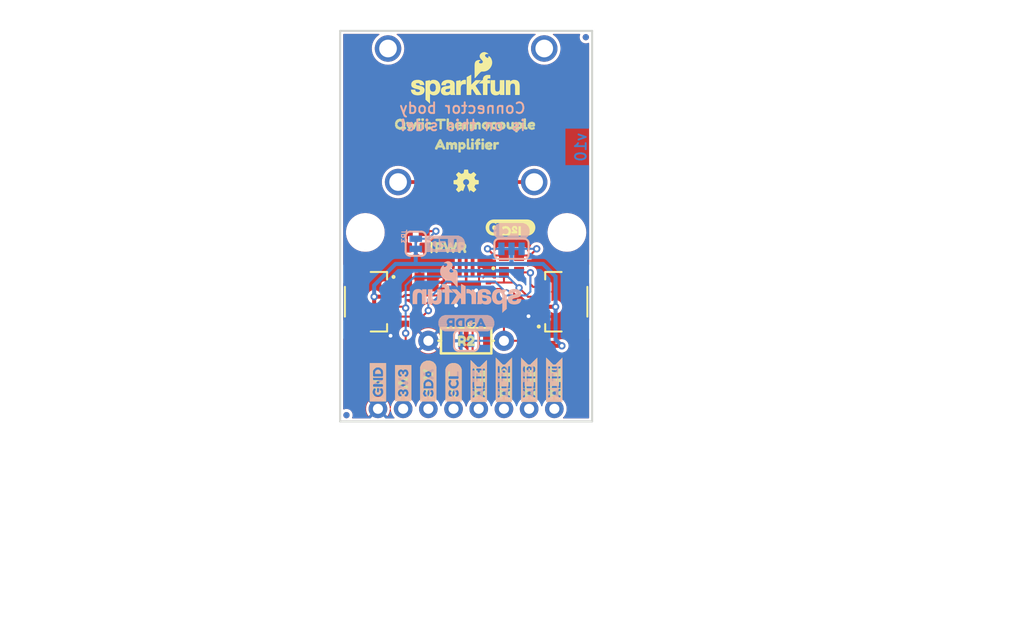
<source format=kicad_pcb>
(kicad_pcb (version 20211014) (generator pcbnew)
  (layers (0 "F.Cu" signal) (31 "B.Cu" signal) (34 "B.Paste" user) (35 "F.Paste" user) (36 "B.SilkS" user "B.Silkscreen") (37 "F.SilkS" user "F.Silkscreen") (38 "B.Mask" user) (39 "F.Mask" user) (44 "Edge.Cuts" user))
  (net 0 "")
  (net 1 "GND")
  (net 2 "3.3V")
  (net 3 "SDA")
  (net 4 "N$1")
  (net 5 "ADDR")
  (net 6 "SCL")
  (net 7 "N$2")
  (net 8 "N$3")
  (net 9 "N$4")
  (net 10 "N$5")
  (net 11 "~{ALT1}")
  (net 12 "~{ALT3}")
  (net 13 "~{ALT4}")
  (net 14 "~{ALT2}")
  (net 15 "N$6")
  (footprint "eagleBoard:SFE_LOGO_NAME_FLAME_.1" (layer "F.Cu") (at 148.5011 91.1606)
    (fp_text reference "U$17" hide)
    (fp_text value "" hide)
  )
  (footprint "eagleBoard:CREATIVE_COMMONS" (layer "F.Cu") (at 121.8311 143.7386)
    (fp_text reference "FRAME1" hide)
    (fp_text value "FRAME-LETTER" hide)
  )
  (footprint "eagleBoard:FIDUCIAL-MICRO" (layer "F.Cu") (at 160.5661 85.9536)
    (fp_text reference "FD2" hide)
    (fp_text value "FIDUCIALUFIDUCIAL" hide)
    (pad "1" smd roundrect (at 0 0) (size 0.635 0.635) (layers "F.Cu" "F.Mask") (roundrect_rratio 0.5))
  )
  (footprint "eagleBoard:R21" (layer "F.Cu") (at 146.7231 116.5606)
    (fp_text reference "U$2" hide)
    (fp_text value "" hide)
  )
  (footprint "eagleBoard:LED-0603" (layer "F.Cu") (at 143.4211 107.1626)
    (fp_text reference "D1" hide)
    (fp_text value "RED" hide)
    (pad "A" smd roundrect (at -0.877 0 270) (size 1 1) (layers "F.Cu" "F.Paste" "F.Mask") (roundrect_rratio 0.15) (net 4 "N$1"))
    (pad "C" smd roundrect (at 0.877 0 270) (size 1 1) (layers "F.Cu" "F.Paste" "F.Mask") (roundrect_rratio 0.15) (net 1 "GND"))
  )
  (footprint "eagleBoard:AXIAL-0.3-KIT" (layer "F.Cu") (at 148.5011 116.5606)
    (fp_text reference "R2" (at 0 -1.524) (layer "F.SilkS") (effects (font (size 0.512064 0.512064) (thickness 0.097536)) (justify left)))
    (fp_text value " ")
    (pad "P$1" thru_hole circle (at -3.81 0) (size 2.032 2.032) (drill 1.016) (layers *.Cu) (net 1 "GND"))
    (pad "P$2" thru_hole circle (at 3.81 0) (size 2.032 2.032) (drill 1.016) (layers *.Cu) (net 5 "ADDR"))
  )
  (footprint "eagleBoard:OSHW-LOGO-MINI" (layer "F.Cu") (at 148.5011 100.5586)
    (fp_text reference "LOGO1" hide)
    (fp_text value "OSHW-LOGOMINI" hide)
  )
  (footprint "eagleBoard:0603" (layer "F.Cu") (at 143.4211 105.5116 180)
    (fp_text reference "R1" hide)
    (fp_text value "1k" hide)
    (pad "1" smd rect (at -0.85 0 180) (size 1.1 1) (layers "F.Cu" "F.Paste" "F.Mask") (net 15 "N$6"))
    (pad "2" smd rect (at 0.85 0 180) (size 1.1 1) (layers "F.Cu" "F.Paste" "F.Mask") (net 4 "N$1"))
  )
  (footprint "eagleBoard:QWIIC_THERMOCOUPLE2" (layer "F.Cu") (at 140.3731 94.7166)
    (fp_text reference "U$6" hide)
    (fp_text value "" hide)
  )
  (footprint "eagleBoard:PWR0" (layer "F.Cu") (at 144.4371 107.1626)
    (fp_text reference "U$15" hide)
    (fp_text value "" hide)
  )
  (footprint "eagleBoard:MQFN-20" (layer "F.Cu") (at 148.5011 111.9886 -90)
    (fp_text reference "U1" hide)
    (fp_text value "MCP9600-SMD" hide)
    (pad "1" smd rect (at -2.25 -1.3) (size 0.4 0.55) (layers "F.Cu" "F.Paste" "F.Mask") (net 1 "GND"))
    (pad "2" smd rect (at -2.25 -0.65) (size 0.4 0.55) (layers "F.Cu" "F.Paste" "F.Mask") (net 9 "N$4"))
    (pad "3" smd rect (at -2.25 0) (size 0.4 0.55) (layers "F.Cu" "F.Paste" "F.Mask") (net 1 "GND"))
    (pad "4" smd rect (at -2.25 0.65) (size 0.4 0.55) (layers "F.Cu" "F.Paste" "F.Mask") (net 10 "N$5"))
    (pad "5" smd rect (at -2.25 1.3) (size 0.4 0.55) (layers "F.Cu" "F.Paste" "F.Mask") (net 1 "GND"))
    (pad "6" smd rect (at -1.3 2.25 90) (size 0.4 0.55) (layers "F.Cu" "F.Paste" "F.Mask") (net 1 "GND"))
    (pad "7" smd rect (at -0.65 2.25 90) (size 0.4 0.55) (layers "F.Cu" "F.Paste" "F.Mask") (net 1 "GND"))
    (pad "8" smd rect (at 0 2.25 90) (size 0.4 0.55) (layers "F.Cu" "F.Paste" "F.Mask") (net 2 "3.3V"))
    (pad "9" smd rect (at 0.65 2.25 90) (size 0.4 0.55) (layers "F.Cu" "F.Paste" "F.Mask") (net 1 "GND"))
    (pad "10" smd rect (at 1.3 2.25 90) (size 0.4 0.55) (layers "F.Cu" "F.Paste" "F.Mask") (net 1 "GND"))
    (pad "11" smd rect (at 2.25 1.3 180) (size 0.4 0.55) (layers "F.Cu" "F.Paste" "F.Mask") (net 11 "~{ALT1}"))
    (pad "12" smd rect (at 2.25 0.65) (size 0.4 0.55) (layers "F.Cu" "F.Paste" "F.Mask") (net 14 "~{ALT2}"))
    (pad "13" smd rect (at 2.25 0) (size 0.4 0.55) (layers "F.Cu" "F.Paste" "F.Mask") (net 1 "GND"))
    (pad "14" smd rect (at 2.25 -0.65) (size 0.4 0.55) (layers "F.Cu" "F.Paste" "F.Mask") (net 12 "~{ALT3}"))
    (pad "15" smd rect (at 2.25 -1.3) (size 0.4 0.55) (layers "F.Cu" "F.Paste" "F.Mask") (net 13 "~{ALT4}"))
    (pad "16" smd rect (at 1.3 -2.25 270) (size 0.4 0.55) (layers "F.Cu" "F.Paste" "F.Mask") (net 5 "ADDR"))
    (pad "17" smd rect (at 0.65 -2.25 270) (size 0.4 0.55) (layers "F.Cu" "F.Paste" "F.Mask") (net 1 "GND"))
    (pad "18" smd rect (at 0 -2.25 270) (size 0.4 0.55) (layers "F.Cu" "F.Paste" "F.Mask") (net 1 "GND"))
    (pad "19" smd rect (at -0.65 -2.25 270) (size 0.4 0.55) (layers "F.Cu" "F.Paste" "F.Mask") (net 6 "SCL"))
    (pad "20" smd rect (at -1.3 -2.25 270) (size 0.4 0.55) (layers "F.Cu" "F.Paste" "F.Mask") (net 3 "SDA"))
    (pad "21" smd rect (at 0 0 270) (size 3 3) (layers "F.Cu" "F.Mask") (net 1 "GND"))
  )
  (footprint "eagleBoard:AMPLIFIER2" (layer "F.Cu") (at 144.4371 96.7486)
    (fp_text reference "U$25" hide)
    (fp_text value "" hide)
  )
  (footprint "eagleBoard:JST04_1MM_RA" (layer "F.Cu") (at 156.1211 112.6236 90)
    (fp_text reference "J2" hide)
    (fp_text value "QWIIC")
    (pad "1" smd rect (at -1.5 0 90) (size 0.6 1.35) (layers "F.Cu" "F.Paste" "F.Mask") (net 1 "GND"))
    (pad "2" smd rect (at -0.5 0 90) (size 0.6 1.35) (layers "F.Cu" "F.Paste" "F.Mask") (net 2 "3.3V"))
    (pad "3" smd rect (at 0.5 0 90) (size 0.6 1.35) (layers "F.Cu" "F.Paste" "F.Mask") (net 3 "SDA"))
    (pad "4" smd rect (at 1.5 0 90) (size 0.6 1.35) (layers "F.Cu" "F.Paste" "F.Mask") (net 6 "SCL"))
    (pad "NC1" smd rect (at 2.8 3.675 90) (size 1.2 2) (layers "F.Cu" "F.Paste" "F.Mask"))
    (pad "NC2" smd rect (at -2.8 3.675 90) (size 1.2 2) (layers "F.Cu" "F.Paste" "F.Mask"))
  )
  (footprint "eagleBoard:1X04_NO_SILK" (layer "F.Cu") (at 139.6111 123.4186)
    (fp_text reference "J1" hide)
    (fp_text value "PTH" hide)
    (pad "1" thru_hole circle (at 0 0 90) (size 1.8796 1.8796) (drill 1.016) (layers *.Cu *.Mask) (net 1 "GND"))
    (pad "2" thru_hole circle (at 2.54 0 90) (size 1.8796 1.8796) (drill 1.016) (layers *.Cu *.Mask) (net 2 "3.3V"))
    (pad "3" thru_hole circle (at 5.08 0 90) (size 1.8796 1.8796) (drill 1.016) (layers *.Cu *.Mask) (net 3 "SDA"))
    (pad "4" thru_hole circle (at 7.62 0 90) (size 1.8796 1.8796) (drill 1.016) (layers *.Cu *.Mask) (net 6 "SCL"))
  )
  (footprint "eagleBoard:#ALT20" (layer "F.Cu") (at 152.3111 123.3551 90)
    (fp_text reference "U$18" hide)
    (fp_text value "" hide)
  )
  (footprint "eagleBoard:SDA-[)" (layer "F.Cu") (at 144.6911 123.1646 90)
    (fp_text reference "U$13" hide)
    (fp_text value "" hide)
  )
  (footprint "eagleBoard:#ALT30" (layer "F.Cu") (at 154.8511 123.3551 90)
    (fp_text reference "U$1" hide)
    (fp_text value "" hide)
  )
  (footprint "eagleBoard:SCL-[)" (layer "F.Cu") (at 147.2311 123.1646 90)
    (fp_text reference "U$12" hide)
    (fp_text value "" hide)
  )
  (footprint "eagleBoard:JST04_1MM_RA" (layer "F.Cu") (at 140.8811 112.6236 -90)
    (fp_text reference "J3" hide)
    (fp_text value "QWIIC")
    (pad "1" smd rect (at -1.5 0 270) (size 0.6 1.35) (layers "F.Cu" "F.Paste" "F.Mask") (net 1 "GND"))
    (pad "2" smd rect (at -0.5 0 270) (size 0.6 1.35) (layers "F.Cu" "F.Paste" "F.Mask") (net 2 "3.3V"))
    (pad "3" smd rect (at 0.5 0 270) (size 0.6 1.35) (layers "F.Cu" "F.Paste" "F.Mask") (net 3 "SDA"))
    (pad "4" smd rect (at 1.5 0 270) (size 0.6 1.35) (layers "F.Cu" "F.Paste" "F.Mask") (net 6 "SCL"))
    (pad "NC1" smd rect (at 2.8 3.675 270) (size 1.2 2) (layers "F.Cu" "F.Paste" "F.Mask"))
    (pad "NC2" smd rect (at -2.8 3.675 270) (size 1.2 2) (layers "F.Cu" "F.Paste" "F.Mask"))
  )
  (footprint "eagleBoard:#ALT40" (layer "F.Cu") (at 157.3911 123.3551 90)
    (fp_text reference "U$11" hide)
    (fp_text value "" hide)
  )
  (footprint "eagleBoard:0603" (layer "F.Cu") (at 156.1211 117.0686)
    (fp_text reference "R3" hide)
    (fp_text value "10k" hide)
    (pad "1" smd rect (at -0.85 0) (size 1.1 1) (layers "F.Cu" "F.Paste" "F.Mask") (net 5 "ADDR"))
    (pad "2" smd rect (at 0.85 0) (size 1.1 1) (layers "F.Cu" "F.Paste" "F.Mask") (net 2 "3.3V"))
  )
  (footprint "eagleBoard:STAND-OFF" (layer "F.Cu") (at 158.6611 105.6386)
    (fp_text reference "JP8" hide)
    (fp_text value "STAND-OFF" hide)
    (pad "" np_thru_hole circle (at 0 0) (size 3.302 3.302) (drill 3.302) (layers *.Cu *.Mask))
  )
  (footprint "eagleBoard:#ALT10" (layer "F.Cu") (at 149.7711 123.3551 90)
    (fp_text reference "U$8" hide)
    (fp_text value "" hide)
  )
  (footprint "eagleBoard:0603" (layer "F.Cu") (at 152.3111 108.8136 90)
    (fp_text reference "R4" hide)
    (fp_text value "2.2k" hide)
    (pad "1" smd rect (at -0.85 0 90) (size 1.1 1) (layers "F.Cu" "F.Paste" "F.Mask") (net 3 "SDA"))
    (pad "2" smd rect (at 0.85 0 90) (size 1.1 1) (layers "F.Cu" "F.Paste" "F.Mask") (net 8 "N$3"))
  )
  (footprint "eagleBoard:0603" (layer "F.Cu") (at 153.8351 108.8136 90)
    (fp_text reference "R5" hide)
    (fp_text value "2.2k" hide)
    (pad "1" smd rect (at -0.85 0 90) (size 1.1 1) (layers "F.Cu" "F.Paste" "F.Mask") (net 6 "SCL"))
    (pad "2" smd rect (at 0.85 0 90) (size 1.1 1) (layers "F.Cu" "F.Paste" "F.Mask") (net 7 "N$2"))
  )
  (footprint "eagleBoard:STAND-OFF" (layer "F.Cu") (at 138.3411 105.6386)
    (fp_text reference "JP9" hide)
    (fp_text value "STAND-OFF" hide)
    (pad "" np_thru_hole circle (at 0 0) (size 3.302 3.302) (drill 3.302) (layers *.Cu *.Mask))
  )
  (footprint "eagleBoard:1X04_NO_SILK" (layer "F.Cu") (at 149.7711 123.4186)
    (fp_text reference "J4" hide)
    (fp_text value "")
    (pad "1" thru_hole circle (at 0 0 90) (size 1.8796 1.8796) (drill 1.016) (layers *.Cu *.Mask) (net 11 "~{ALT1}"))
    (pad "2" thru_hole circle (at 2.54 0 90) (size 1.8796 1.8796) (drill 1.016) (layers *.Cu *.Mask) (net 14 "~{ALT2}"))
    (pad "3" thru_hole circle (at 5.08 0 90) (size 1.8796 1.8796) (drill 1.016) (layers *.Cu *.Mask) (net 12 "~{ALT3}"))
    (pad "4" thru_hole circle (at 7.62 0 90) (size 1.8796 1.8796) (drill 1.016) (layers *.Cu *.Mask) (net 13 "~{ALT4}"))
  )
  (footprint "eagleBoard:QWIIC_5MM" (layer "F.Cu") (at 152.9461 105.1306)
    (fp_text reference "LOGO3" hide)
    (fp_text value "QWIIC_LOGO_5MM" hide)
  )
  (footprint "eagleBoard:GND-04" (layer "F.Cu") (at 139.6111 123.1646 90)
    (fp_text reference "U$10" hide)
    (fp_text value "" hide)
  )
  (footprint "eagleBoard:0603" (layer "F.Cu") (at 143.8021 111.0996 90)
    (fp_text reference "C1" hide)
    (fp_text value "0.1uF" hide)
    (pad "1" smd rect (at -0.85 0 90) (size 1.1 1) (layers "F.Cu" "F.Paste" "F.Mask") (net 2 "3.3V"))
    (pad "2" smd rect (at 0.85 0 90) (size 1.1 1) (layers "F.Cu" "F.Paste" "F.Mask") (net 1 "GND"))
  )
  (footprint "eagleBoard:FIDUCIAL-MICRO" (layer "F.Cu") (at 136.4361 124.0536)
    (fp_text reference "FD1" hide)
    (fp_text value "FIDUCIALUFIDUCIAL" hide)
    (pad "1" smd roundrect (at 0 0) (size 0.635 0.635) (layers "F.Cu" "F.Mask") (roundrect_rratio 0.5))
  )
  (footprint "eagleBoard:3V31" (layer "F.Cu") (at 142.1511 123.1646 90)
    (fp_text reference "U$19" hide)
    (fp_text value "" hide)
  )
  (footprint "eagleBoard:SCL-[)" (layer "B.Cu") (at 147.2311 123.1646 90)
    (fp_text reference "U$9" hide)
    (fp_text value "" hide)
  )
  (footprint "eagleBoard:SMT-JUMPER_3_2-NC_TRACE_SILK" (layer "B.Cu") (at 153.0731 107.2896 180)
    (fp_text reference "JP2" hide)
    (fp_text value "I2C")
    (fp_line (start 0 0) (end -1.016 0) (layer "B.Cu") (width 0.254))
    (fp_line (start 0 0) (end 1.016 0) (layer "B.Cu") (width 0.254))
    (pad "1" smd rect (at -1.016 0 180) (size 0.635 1.27) (layers "B.Cu" "B.Mask") (net 7 "N$2"))
    (pad "2" smd rect (at 0 0 180) (size 0.635 1.27) (layers "B.Cu" "B.Mask") (net 2 "3.3V"))
    (pad "3" smd rect (at 1.016 0 180) (size 0.635 1.27) (layers "B.Cu" "B.Mask") (net 8 "N$3"))
  )
  (footprint "eagleBoard:SFE_LOGO_NAME_FLAME_.1" (layer "B.Cu") (at 148.5011 112.2426 180)
    (fp_text reference "LOGO2" hide)
    (fp_text value "SFE_LOGO_NAME_FLAME.1_INCH" hide)
  )
  (footprint "eagleBoard:SMT-JUMPER_2_NC_TRACE_SILK" (layer "B.Cu") (at 143.4211 106.7816 -90)
    (fp_text reference "JP3" (at 0 1.143 -270) (layer "B.SilkS") (effects (font (size 0.512064 0.512064) (thickness 0.097536)) (justify right mirror)))
    (fp_text value "")
    (fp_line (start -0.508 0) (end 0.508 0) (layer "B.Cu") (width 0.254))
    (pad "1" smd rect (at -0.508 0 270) (size 0.635 1.27) (layers "B.Cu" "B.Mask") (net 15 "N$6"))
    (pad "2" smd rect (at 0.508 0 270) (size 0.635 1.27) (layers "B.Cu" "B.Mask") (net 2 "3.3V"))
  )
  (footprint "eagleBoard:FIDUCIAL-MICRO" (layer "B.Cu") (at 160.5661 85.9536 180)
    (fp_text reference "FD3" hide)
    (fp_text value "FIDUCIALUFIDUCIAL" hide)
    (pad "1" smd roundrect (at 0 0 180) (size 0.635 0.635) (layers "B.Cu" "B.Mask") (roundrect_rratio 0.5))
  )
  (footprint "eagleBoard:SMT-JUMPER_2_NC_TRACE_SILK" (layer "B.Cu") (at 148.5011 116.5606 180)
    (fp_text reference "JP1" hide)
    (fp_text value "")
    (fp_line (start -0.508 0) (end 0.508 0) (layer "B.Cu") (width 0.254))
    (pad "1" smd rect (at -0.508 0 180) (size 0.635 1.27) (layers "B.Cu" "B.Mask") (net 5 "ADDR"))
    (pad "2" smd rect (at 0.508 0 180) (size 0.635 1.27) (layers "B.Cu" "B.Mask") (net 1 "GND"))
  )
  (footprint "eagleBoard:ADDR1" (layer "B.Cu") (at 151.4221 114.7826 180)
    (fp_text reference "U$22" hide)
    (fp_text value "" hide)
  )
  (footprint "eagleBoard:FIDUCIAL-MICRO" (layer "B.Cu") (at 136.4361 124.0536 180)
    (fp_text reference "FD4" hide)
    (fp_text value "FIDUCIALUFIDUCIAL" hide)
    (pad "1" smd roundrect (at 0 0 180) (size 0.635 0.635) (layers "B.Cu" "B.Mask") (roundrect_rratio 0.5))
  )
  (footprint "eagleBoard:#ALT20" (layer "B.Cu") (at 152.3111 123.3551 90)
    (fp_text reference "U$4" hide)
    (fp_text value "" hide)
  )
  (footprint "eagleBoard:LED0" (layer "B.Cu") (at 148.5011 106.7816 180)
    (fp_text reference "U$20" hide)
    (fp_text value "" hide)
  )
  (footprint "eagleBoard:PCC-SMP" (layer "B.Cu") (at 148.5011 100.5586)
    (fp_text reference "J5" hide)
    (fp_text value "PCB_THERMOCOUPLE" hide)
    (pad "+" thru_hole circle (at 6.858 0) (size 2.667 2.667) (drill 1.778) (layers *.Cu *.Mask) (net 9 "N$4"))
    (pad "-" thru_hole circle (at -6.858 0) (size 2.667 2.667) (drill 1.778) (layers *.Cu *.Mask) (net 10 "N$5"))
    (pad "CLIP1" thru_hole circle (at -7.874 -13.462) (size 2.667 2.667) (drill 1.778) (layers *.Cu *.Mask))
    (pad "CLIP2" thru_hole circle (at 7.874 -13.462) (size 2.667 2.667) (drill 1.778) (layers *.Cu *.Mask))
  )
  (footprint "eagleBoard:3V31" (layer "B.Cu") (at 142.1511 123.1646 90)
    (fp_text reference "U$16" hide)
    (fp_text value "" hide)
  )
  (footprint "eagleBoard:#ALT40" (layer "B.Cu") (at 157.3911 123.3551 90)
    (fp_text reference "U$7" hide)
    (fp_text value "" hide)
  )
  (footprint "eagleBoard:#ALT10" (layer "B.Cu") (at 149.7711 123.3551 90)
    (fp_text reference "U$3" hide)
    (fp_text value "" hide)
  )
  (footprint "eagleBoard:GND-04" (layer "B.Cu") (at 139.6111 123.1646 90)
    (fp_text reference "U$23" hide)
    (fp_text value "" hide)
  )
  (footprint "eagleBoard:I_SUPER2_C-()-04" (layer "B.Cu") (at 154.9781 105.5116 180)
    (fp_text reference "U$21" hide)
    (fp_text value "" hide)
  )
  (footprint "eagleBoard:SDA-[)" (layer "B.Cu") (at 144.6911 123.1646 90)
    (fp_text reference "U$14" hide)
    (fp_text value "" hide)
  )
  (footprint "eagleBoard:#ALT30" (layer "B.Cu") (at 154.8511 123.3551 90)
    (fp_text reference "U$5" hide)
    (fp_text value "" hide)
  )
  (gr_line (start 161.2011 85.3186) (end 161.2011 124.6886) (layer "Edge.Cuts") (width 0.2032))
  (gr_line (start 135.8011 85.3186) (end 161.2011 85.3186) (layer "Edge.Cuts") (width 0.2032))
  (gr_line (start 161.2011 124.6886) (end 135.8011 124.6886) (layer "Edge.Cuts") (width 0.2032))
  (gr_line (start 135.8011 124.6886) (end 135.8011 85.3186) (layer "Edge.Cuts") (width 0.2032))
  (gr_text "v10" (at 160.6931 95.4786 -270) (layer "B.Cu") (effects (font (size 1.0795 1.0795) (thickness 0.1905)) (justify left bottom mirror)))
  (gr_text "Connector body\nis on this side!" (at 154.5971 95.4786) (layer "B.SilkS") (effects (font (size 1.0795 1.0795) (thickness 0.1905)) (justify left bottom mirror)))
  (segment (start 147.2011 111.9886) (end 148.5011 111.9886) (width 0.2032) (layer "F.Cu") (net 1))
  (segment (start 146.2511 111.3386) (end 148.5011 111.3386) (width 0.2032) (layer "F.Cu") (net 1))
  (segment (start 146.2511 112.6386) (end 148.5011 112.6386) (width 0.2032) (layer "F.Cu") (net 1))
  (segment (start 149.8011 111.9886) (end 148.5011 111.9886) (width 0.2032) (layer "F.Cu") (net 1))
  (segment (start 147.2011 109.7386) (end 147.2011 111.9886) (width 0.2032) (layer "F.Cu") (net 1))
  (segment (start 148.5011 112.6386) (end 148.5011 111.9886) (width 0.2032) (layer "F.Cu") (net 1))
  (segment (start 150.7511 111.9886) (end 148.5011 111.9886) (width 0.2032) (layer "F.Cu") (net 1))
  (segment (start 149.8011 109.7386) (end 149.8011 111.9886) (width 0.2032) (layer "F.Cu") (net 1))
  (segment (start 148.5011 110.6886) (end 148.5011 111.9886) (width 0.2032) (layer "F.Cu") (net 1))
  (segment (start 148.5011 113.2886) (end 148.5011 111.9886) (width 0.2032) (layer "F.Cu") (net 1))
  (segment (start 146.2511 113.2886) (end 148.5011 113.2886) (width 0.2032) (layer "F.Cu") (net 1))
  (segment (start 148.5011 109.7386) (end 148.5011 111.9886) (width 0.2032) (layer "F.Cu") (net 1))
  (segment (start 146.2511 110.6886) (end 148.5011 110.6886) (width 0.2032) (layer "F.Cu") (net 1))
  (segment (start 150.7511 112.6386) (end 148.5011 112.6386) (width 0.2032) (layer "F.Cu") (net 1))
  (segment (start 148.5011 114.2386) (end 148.5011 111.9886) (width 0.2032) (layer "F.Cu") (net 1))
  (segment (start 148.5011 111.3386) (end 148.5011 111.9886) (width 0.2032) (layer "F.Cu") (net 1))
  (via (at 147.4851 113.0046) (size 0.7366) (drill 0.381) (layers "F.Cu" "B.Cu") (net 1))
  (via (at 140.8811 116.0526) (size 0.7366) (drill 0.381) (layers "F.Cu" "B.Cu") (net 1))
  (via (at 154.7876 114.0841) (size 0.7366) (drill 0.381) (layers "F.Cu" "B.Cu") (net 1))
  (via (at 149.5171 111.4806) (size 0.7366) (drill 0.381) (layers "F.Cu" "B.Cu") (net 1))
  (segment (start 147.9931 116.5606) (end 144.6911 116.5606) (width 0.3048) (layer "B.Cu") (net 1))
  (segment (start 142.1511 112.1156) (end 140.8891 112.1156) (width 0.2032) (layer "F.Cu") (net 2))
  (segment (start 156.9711 117.0686) (end 158.1531 117.0686) (width 0.4064) (layer "F.Cu") (net 2))
  (segment (start 142.3171 111.9496) (end 142.1511 112.1156) (width 0.2032) (layer "F.Cu") (net 2))
  (segment (start 156.1291 113.1316) (end 157.5181 113.1316) (width 0.4064) (layer "F.Cu") (net 2))
  (segment (start 143.8411 111.9886) (end 143.8021 111.9496) (width 0.2032) (layer "F.Cu") (net 2))
  (segment (start 143.8021 111.9496) (end 142.3171 111.9496) (width 0.2032) (layer "F.Cu") (net 2))
  (segment (start 146.2511 111.9886) (end 143.8411 111.9886) (width 0.2032) (layer "F.Cu") (net 2))
  (segment (start 142.1511 121.0056) (end 142.1511 123.4186) (width 0.4064) (layer "F.Cu") (net 2))
  (segment (start 156.1211 113.1236) (end 156.1291 113.1316) (width 0.4064) (layer "F.Cu") (net 2))
  (segment (start 140.8811 112.1236) (end 140.8731 112.1156) (width 0.4064) (layer "F.Cu") (net 2))
  (segment (start 139.2301 118.0846) (end 142.1511 121.0056) (width 0.4064) (layer "F.Cu") (net 2))
  (segment (start 140.8731 112.1156) (end 139.2301 112.1156) (width 0.4064) (layer "F.Cu") (net 2))
  (segment (start 140.8891 112.1156) (end 140.8811 112.1236) (width 0.2032) (layer "F.Cu") (net 2))
  (segment (start 139.2301 118.0846) (end 139.2301 112.1156) (width 0.4064) (layer "F.Cu") (net 2))
  (via (at 139.2301 112.1156) (size 0.7366) (drill 0.381) (layers "F.Cu" "B.Cu") (net 2))
  (via (at 157.5181 113.1316) (size 0.7366) (drill 0.381) (layers "F.Cu" "B.Cu") (net 2))
  (via (at 158.1531 117.0686) (size 0.7366) (drill 0.381) (layers "F.Cu" "B.Cu") (net 2))
  (segment (start 141.3891 108.8136) (end 143.4211 108.8136) (width 0.4064) (layer "B.Cu") (net 2))
  (segment (start 157.5181 116.4336) (end 158.1531 117.0686) (width 0.4064) (layer "B.Cu") (net 2))
  (segment (start 139.2301 110.9726) (end 141.3891 108.8136) (width 0.4064) (layer "B.Cu") (net 2))
  (segment (start 139.2301 112.1156) (end 139.2301 110.9726) (width 0.4064) (layer "B.Cu") (net 2))
  (segment (start 153.0731 107.2896) (end 153.0731 108.8136) (width 0.4064) (layer "B.Cu") (net 2))
  (segment (start 143.4211 108.8136) (end 153.0731 108.8136) (width 0.4064) (layer "B.Cu") (net 2))
  (segment (start 156.2481 108.8136) (end 157.5181 110.0836) (width 0.4064) (layer "B.Cu") (net 2))
  (segment (start 153.0731 108.8136) (end 156.2481 108.8136) (width 0.4064) (layer "B.Cu") (net 2))
  (segment (start 157.5181 110.0836) (end 157.5181 113.1316) (width 0.4064) (layer "B.Cu") (net 2))
  (segment (start 157.5181 113.1316) (end 157.5181 116.4336) (width 0.4064) (layer "B.Cu") (net 2))
  (segment (start 143.4211 107.2896) (end 143.4211 108.8136) (width 0.4064) (layer "B.Cu") (net 2))
  (segment (start 144.6911 121.3866) (end 142.4051 119.1006) (width 0.2032) (layer "F.Cu") (net 3))
  (segment (start 153.2971 110.6886) (end 153.8351 111.2266) (width 0.2032) (layer "F.Cu") (net 3))
  (segment (start 144.6911 123.4186) (end 144.6911 121.3866) (width 0.2032) (layer "F.Cu") (net 3))
  (segment (start 142.4051 113.1236) (end 140.8811 113.1236) (width 0.2032) (layer "F.Cu") (net 3))
  (segment (start 152.3111 110.6886) (end 153.2971 110.6886) (width 0.2032) (layer "F.Cu") (net 3))
  (segment (start 150.7511 110.6886) (end 152.3111 110.6886) (width 0.2032) (layer "F.Cu") (net 3))
  (segment (start 142.4051 119.1006) (end 142.4051 115.7986) (width 0.2032) (layer "F.Cu") (net 3))
  (segment (start 154.7321 112.1236) (end 156.1211 112.1236) (width 0.2032) (layer "F.Cu") (net 3))
  (segment (start 153.8351 111.2266) (end 154.7321 112.1236) (width 0.2032) (layer "F.Cu") (net 3))
  (segment (start 152.3111 109.6636) (end 152.3111 110.6886) (width 0.2032) (layer "F.Cu") (net 3))
  (segment (start 142.4051 113.2586) (end 142.4051 113.1236) (width 0.2032) (layer "F.Cu") (net 3))
  (via (at 142.4051 113.2586) (size 0.7366) (drill 0.381) (layers "F.Cu" "B.Cu") (net 3))
  (via (at 153.8351 111.2266) (size 0.7366) (drill 0.381) (layers "F.Cu" "B.Cu") (net 3))
  (via (at 142.4051 115.7986) (size 0.7366) (drill 0.381) (layers "F.Cu" "B.Cu") (net 3))
  (segment (start 153.8351 111.2266) (end 152.6921 110.0836) (width 0.2032) (layer "B.Cu") (net 3))
  (segment (start 142.4051 115.7986) (end 142.4051 113.2586) (width 0.2032) (layer "B.Cu") (net 3))
  (segment (start 152.6921 110.0836) (end 143.2941 110.0836) (width 0.2032) (layer "B.Cu") (net 3))
  (segment (start 142.4051 110.9726) (end 142.4051 113.2586) (width 0.2032) (layer "B.Cu") (net 3))
  (segment (start 143.2941 110.0836) (end 142.4051 110.9726) (width 0.2032) (layer "B.Cu") (net 3))
  (segment (start 142.5711 105.5116) (end 142.5441 105.5386) (width 0.2032) (layer "F.Cu") (net 4))
  (segment (start 142.5441 105.5386) (end 142.5441 107.1626) (width 0.2032) (layer "F.Cu") (net 4))
  (segment (start 152.3111 113.7666) (end 152.3111 116.5606) (width 0.2032) (layer "F.Cu") (net 5))
  (segment (start 154.3431 117.0686) (end 153.8351 116.5606) (width 0.2032) (layer "F.Cu") (net 5))
  (segment (start 150.7511 113.2886) (end 151.8331 113.2886) (width 0.2032) (layer "F.Cu") (net 5))
  (segment (start 153.8351 116.5606) (end 152.3111 116.5606) (width 0.2032) (layer "F.Cu") (net 5))
  (segment (start 155.2711 117.0686) (end 154.3431 117.0686) (width 0.2032) (layer "F.Cu") (net 5))
  (segment (start 151.8331 113.2886) (end 152.3111 113.7666) (width 0.2032) (layer "F.Cu") (net 5))
  (segment (start 149.0091 116.5606) (end 152.3111 116.5606) (width 0.2032) (layer "B.Cu") (net 5))
  (segment (start 154.9781 109.7026) (end 154.9781 110.8456) (width 0.2032) (layer "F.Cu") (net 6))
  (segment (start 154.9781 109.6636) (end 154.9781 109.7026) (width 0.2032) (layer "F.Cu") (net 6))
  (segment (start 143.1671 114.1236) (end 143.1671 118.2116) (width 0.2032) (layer "F.Cu") (net 6))
  (segment (start 147.2311 122.2756) (end 147.2311 123.4186) (width 0.2032) (layer "F.Cu") (net 6))
  (segment (start 152.1691 111.3386) (end 152.5651 111.7346) (width 0.2032) (layer "F.Cu") (net 6))
  (segment (start 144.0801 114.1236) (end 143.1671 114.1236) (width 0.2032) (layer "F.Cu") (net 6))
  (segment (start 143.1671 118.2116) (end 147.2311 122.2756) (width 0.2032) (layer "F.Cu") (net 6))
  (segment (start 154.9781 110.8456) (end 155.2561 111.1236) (width 0.2032) (layer "F.Cu") (net 6))
  (segment (start 144.6911 113.5126) (end 144.0801 114.1236) (width 0.2032) (layer "F.Cu") (net 6))
  (segment (start 155.2561 111.1236) (end 156.1211 111.1236) (width 0.2032) (layer "F.Cu") (net 6))
  (segment (start 150.7511 111.3386) (end 152.1691 111.3386) (width 0.2032) (layer "F.Cu") (net 6))
  (segment (start 153.8351 109.6636) (end 154.9781 109.6636) (width 0.2032) (layer "F.Cu") (net 6))
  (segment (start 140.8811 114.1236) (end 143.1671 114.1236) (width 0.2032) (layer "F.Cu") (net 6))
  (via (at 144.6911 113.5126) (size 0.7366) (drill 0.381) (layers "F.Cu" "B.Cu") (net 6))
  (via (at 152.5651 111.7346) (size 0.7366) (drill 0.381) (layers "F.Cu" "B.Cu") (net 6))
  (via (at 154.9781 109.7026) (size 0.7366) (drill 0.381) (layers "F.Cu" "B.Cu") (net 6))
  (segment (start 154.5971 111.9886) (end 152.8191 111.9886) (width 0.2032) (layer "B.Cu") (net 6))
  (segment (start 152.5651 111.7346) (end 151.4221 110.5916) (width 0.2032) (layer "B.Cu") (net 6))
  (segment (start 154.9781 111.6076) (end 154.9781 109.7026) (width 0.2032) (layer "B.Cu") (net 6))
  (segment (start 151.4221 110.5916) (end 146.4691 110.5916) (width 0.2032) (layer "B.Cu") (net 6))
  (segment (start 154.5971 111.9886) (end 154.9781 111.6076) (width 0.2032) (layer "B.Cu") (net 6))
  (segment (start 152.5651 111.7346) (end 152.8191 111.9886) (width 0.2032) (layer "B.Cu") (net 6))
  (segment (start 144.6911 112.3696) (end 144.6911 113.5126) (width 0.2032) (layer "B.Cu") (net 6))
  (segment (start 146.4691 110.5916) (end 144.6911 112.3696) (width 0.2032) (layer "B.Cu") (net 6))
  (segment (start 153.8351 107.9636) (end 154.9391 107.9636) (width 0.2032) (layer "F.Cu") (net 7))
  (segment (start 154.9391 107.9636) (end 155.6131 107.2896) (width 0.2032) (layer "F.Cu") (net 7))
  (via (at 155.6131 107.2896) (size 0.7366) (drill 0.381) (layers "F.Cu" "B.Cu") (net 7))
  (segment (start 154.0891 107.2896) (end 155.6131 107.2896) (width 0.2032) (layer "B.Cu") (net 7))
  (segment (start 152.3111 107.9636) (end 151.3341 107.9636) (width 0.2032) (layer "F.Cu") (net 8))
  (segment (start 151.3341 107.9636) (end 150.6601 107.2896) (width 0.2032) (layer "F.Cu") (net 8))
  (via (at 150.6601 107.2896) (size 0.7366) (drill 0.381) (layers "F.Cu" "B.Cu") (net 8))
  (segment (start 152.0571 107.2896) (end 150.6601 107.2896) (width 0.2032) (layer "B.Cu") (net 8))
  (segment (start 153.4541 100.5586) (end 149.1511 104.8616) (width 0.381) (layer "F.Cu") (net 9))
  (segment (start 155.3591 100.5586) (end 153.4541 100.5586) (width 0.381) (layer "F.Cu") (net 9))
  (segment (start 149.1511 109.7386) (end 149.1511 104.8616) (width 0.381) (layer "F.Cu") (net 9))
  (segment (start 147.8511 109.7386) (end 147.8511 104.8616) (width 0.381) (layer "F.Cu") (net 10))
  (segment (start 141.6431 100.5586) (end 143.5481 100.5586) (width 0.381) (layer "F.Cu") (net 10))
  (segment (start 147.8511 104.8616) (end 143.5481 100.5586) (width 0.381) (layer "F.Cu") (net 10))
  (segment (start 149.7711 120.2436) (end 147.2011 117.6736) (width 0.2032) (layer "F.Cu") (net 11))
  (segment (start 149.7711 120.2436) (end 149.7711 123.4186) (width 0.2032) (layer "F.Cu") (net 11))
  (segment (start 147.2011 117.6736) (end 147.2011 114.2386) (width 0.2032) (layer "F.Cu") (net 11))
  (segment (start 153.8351 120.2436) (end 154.8511 121.2596) (width 0.2032) (layer "F.Cu") (net 12))
  (segment (start 149.1511 117.5916) (end 151.8031 120.2436) (width 0.2032) (layer "F.Cu") (net 12))
  (segment (start 154.8511 121.2596) (end 154.8511 123.4186) (width 0.2032) (layer "F.Cu") (net 12))
  (segment (start 149.1511 114.2386) (end 149.1511 117.5916) (width 0.2032) (layer "F.Cu") (net 12))
  (segment (start 151.8031 120.2436) (end 153.8351 120.2436) (width 0.2032) (layer "F.Cu") (net 12))
  (segment (start 155.8671 118.9736) (end 157.3911 120.4976) (width 0.2032) (layer "F.Cu") (net 13))
  (segment (start 157.3911 120.4976) (end 157.3911 123.4186) (width 0.2032) (layer "F.Cu") (net 13))
  (segment (start 151.5491 118.9736) (end 155.8671 118.9736) (width 0.2032) (layer "F.Cu") (net 13))
  (segment (start 149.8011 114.2386) (end 149.8011 117.2256) (width 0.2032) (layer "F.Cu") (net 13))
  (segment (start 149.8011 117.2256) (end 151.5491 118.9736) (width 0.2032) (layer "F.Cu") (net 13))
  (segment (start 147.8511 117.3076) (end 151.4221 120.8786) (width 0.2032) (layer "F.Cu") (net 14))
  (segment (start 151.4221 120.8786) (end 152.3111 121.7676) (width 0.2032) (layer "F.Cu") (net 14))
  (segment (start 152.3111 121.7676) (end 152.3111 123.4186) (width 0.2032) (layer "F.Cu") (net 14))
  (segment (start 147.8511 114.2386) (end 147.8511 117.3076) (width 0.2032) (layer "F.Cu") (net 14))
  (segment (start 144.2711 105.5116) (end 145.4531 105.5116) (width 0.2032) (layer "F.Cu") (net 15))
  (via (at 145.4531 105.5116) (size 0.7366) (drill 0.381) (layers "F.Cu" "B.Cu") (net 15))
  (segment (start 143.4211 106.2736) (end 144.6911 106.2736) (width 0.2032) (layer "B.Cu") (net 15))
  (segment (start 144.6911 106.2736) (end 145.4531 105.5116) (width 0.2032) (layer "B.Cu") (net 15))
  (zone (net 1) (net_name "GND") (layer "F.Cu") (priority 6) (connect_pads (clearance 0.3048)) (min_thickness 0.1016) (fill yes (thermal_gap 0.2532) (thermal_bridge_width 0.2532))
    (polygon (pts (xy 161.3027 124.7902) (xy 135.6995 124.7902) (xy 135.6995 85.217) (xy 161.3027 85.217)))
  )
  (zone (net 1) (net_name "GND") (layer "B.Cu") (priority 6) (connect_pads (clearance 0.3048)) (min_thickness 0.127) (fill yes (thermal_gap 0.304) (thermal_bridge_width 0.304))
    (polygon (pts (xy 161.3281 124.8156) (xy 135.6741 124.8156) (xy 135.6741 85.1916) (xy 161.3281 85.1916)))
  )
)
</source>
